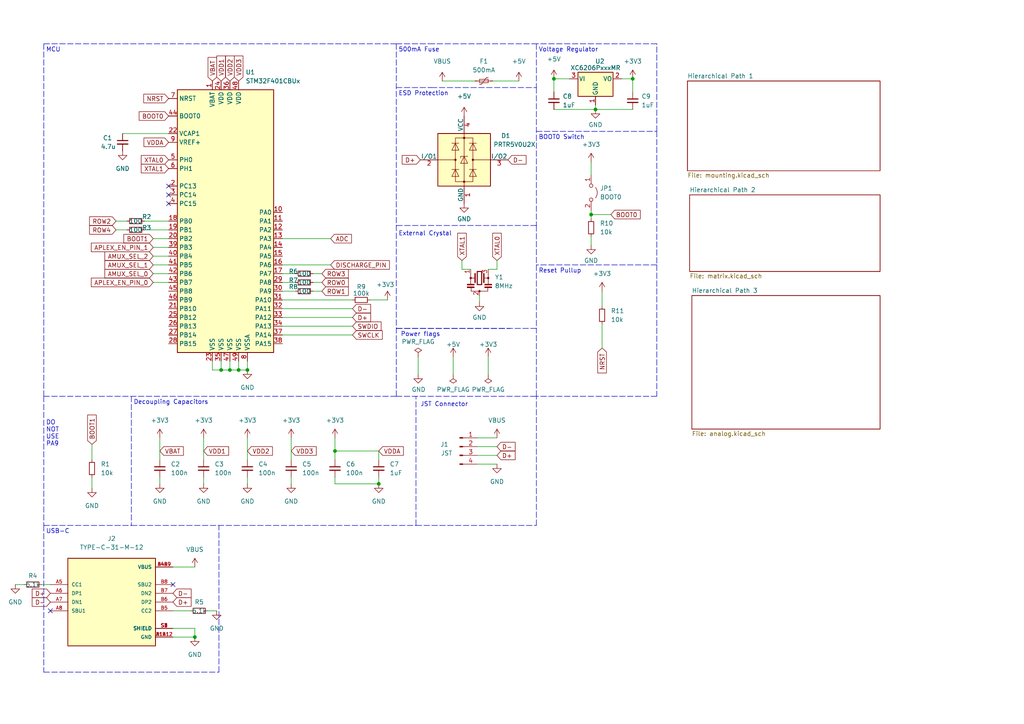
<source format=kicad_sch>
(kicad_sch (version 20211123) (generator eeschema)
  (paper "A4")
  (lib_symbols
    (symbol "Connector:Conn_01x04_Male" (pin_names (offset 1.016) hide)
      (property "Reference" "J" (at 0 5.08 0))
      (property "Value" "Conn_01x04_Male" (at 0 -7.62 0))
      (symbol "Conn_01x04_Male_1_1"
        (polyline (pts (xy 1.27 -5.08) (xy 0.8636 -5.08)) (stroke (width 0.1524)))
        (polyline (pts (xy 1.27 -2.54) (xy 0.8636 -2.54)) (stroke (width 0.1524)))
        (polyline (pts (xy 1.27 0) (xy 0.8636 0)) (stroke (width 0.1524)))
        (polyline (pts (xy 1.27 2.54) (xy 0.8636 2.54)) (stroke (width 0.1524)))
        (rectangle (start 0.8636 -4.953) (end 0 -5.207) (stroke (width 0.1524)) (fill (type outline)))
        (rectangle (start 0.8636 -2.413) (end 0 -2.667) (stroke (width 0.1524)) (fill (type outline)))
        (rectangle (start 0.8636 0.127) (end 0 -0.127) (stroke (width 0.1524)) (fill (type outline)))
        (rectangle (start 0.8636 2.667) (end 0 2.413) (stroke (width 0.1524)) (fill (type outline)))
        (pin passive line (at 5.08 2.54 180) (length 3.81) (name "Pin_1") (number "1"))
        (pin passive line (at 5.08 0 180) (length 3.81) (name "Pin_2") (number "2"))
        (pin passive line (at 5.08 -2.54 180) (length 3.81) (name "Pin_3") (number "3"))
        (pin passive line (at 5.08 -5.08 180) (length 3.81) (name "Pin_4") (number "4"))
      )
    )
    (symbol "Device:C_Small" (pin_numbers hide) (pin_names (offset 0.254) hide)
      (property "Reference" "C" (at 0.254 1.778 0))
      (property "Value" "C_Small" (at 0.254 -2.032 0))
      (symbol "C_Small_0_1"
        (polyline (pts (xy -1.524 -0.508) (xy 1.524 -0.508)) (stroke (width 0.3302)))
        (polyline (pts (xy -1.524 0.508) (xy 1.524 0.508)) (stroke (width 0.3048)))
      )
      (symbol "C_Small_1_1"
        (pin passive line (at 0 2.54 270) (length 2.032) (name "~") (number "1"))
        (pin passive line (at 0 -2.54 90) (length 2.032) (name "~") (number "2"))
      )
    )
    (symbol "Device:Polyfuse_Small" (pin_numbers hide) (pin_names (offset 0))
      (property "Reference" "F" (at -1.905 0 90))
      (property "Value" "Polyfuse_Small" (at 1.905 0 90))
      (symbol "Polyfuse_Small_0_1"
        (rectangle (start -0.508 1.27) (end 0.508 -1.27))
        (polyline (pts (xy 0 2.54) (xy 0 -2.54)))
        (polyline (pts (xy -1.016 1.27) (xy -1.016 0.762) (xy 1.016 -0.762) (xy 1.016 -1.27)))
      )
      (symbol "Polyfuse_Small_1_1"
        (pin passive line (at 0 2.54 270) (length 0.635) (name "~") (number "1"))
        (pin passive line (at 0 -2.54 90) (length 0.635) (name "~") (number "2"))
      )
    )
    (symbol "Device:R_Small" (pin_numbers hide) (pin_names (offset 0.254) hide)
      (property "Reference" "R" (at 0.762 0.508 0))
      (property "Value" "R_Small" (at 0.762 -1.016 0))
      (symbol "R_Small_0_1"
        (rectangle (start -0.762 1.778) (end 0.762 -1.778) (stroke (width 0.2032)))
      )
      (symbol "R_Small_1_1"
        (pin passive line (at 0 2.54 270) (length 0.762) (name "~") (number "1"))
        (pin passive line (at 0 -2.54 90) (length 0.762) (name "~") (number "2"))
      )
    )
    (symbol "Device:Resonator_Small" (pin_names (offset 1.016) hide)
      (property "Reference" "Y" (at 3.175 1.905 0))
      (property "Value" "Resonator_Small" (at 3.175 0 0))
      (symbol "Resonator_Small_0_1"
        (rectangle (start -3.556 -2.54) (end -1.524 -2.794) (fill (type outline)))
        (rectangle (start -3.556 -1.778) (end -1.524 -2.032) (fill (type outline)))
        (circle (center -2.54 0) (radius 0.254) (fill (type outline)))
        (rectangle (start -0.635 1.905) (end 0.635 -1.905) (stroke (width 0.3048)))
        (circle (center 0 -3.81) (radius 0.254) (fill (type outline)))
        (polyline (pts (xy -2.54 -1.778) (xy -2.54 0)))
        (polyline (pts (xy -2.54 0) (xy -1.397 0)))
        (polyline (pts (xy -2.54 1.27) (xy -2.54 0)))
        (polyline (pts (xy -1.27 -1.27) (xy -1.27 1.27)) (stroke (width 0.381)))
        (polyline (pts (xy 1.27 -1.27) (xy 1.27 1.27)) (stroke (width 0.381)))
        (polyline (pts (xy 1.27 0) (xy 2.54 0)))
        (polyline (pts (xy 2.54 0) (xy 2.54 -1.778)))
        (polyline (pts (xy 2.54 1.27) (xy 2.54 0)))
        (polyline (pts (xy 2.413 -2.794) (xy 2.413 -3.81) (xy -2.413 -3.81) (xy -2.413 -2.667)))
        (rectangle (start 1.524 -2.54) (end 3.556 -2.794) (fill (type outline)))
        (rectangle (start 1.524 -1.778) (end 3.556 -2.032) (fill (type outline)))
        (circle (center 2.54 0) (radius 0.254) (fill (type outline)))
      )
      (symbol "Resonator_Small_1_1"
        (pin passive line (at -2.54 2.54 270) (length 1.27) (name "1") (number "1"))
        (pin passive line (at 0 -5.08 90) (length 1.27) (name "2") (number "2"))
        (pin passive line (at 2.54 2.54 270) (length 1.27) (name "3") (number "3"))
      )
    )
    (symbol "Jumper:Jumper_2_Open" (pin_names (offset 0) hide)
      (property "Reference" "JP" (at 0 2.794 0))
      (property "Value" "Jumper_2_Open" (at 0 -2.286 0))
      (symbol "Jumper_2_Open_0_0"
        (circle (center -2.032 0) (radius 0.508))
        (circle (center 2.032 0) (radius 0.508))
      )
      (symbol "Jumper_2_Open_0_1"
        (arc (start 1.524 1.27) (mid 0 1.778) (end -1.524 1.27))
      )
      (symbol "Jumper_2_Open_1_1"
        (pin passive line (at -5.08 0 0) (length 2.54) (name "A") (number "1"))
        (pin passive line (at 5.08 0 180) (length 2.54) (name "B") (number "2"))
      )
    )
    (symbol "MCU_ST_STM32F4:STM32F401CBUx"
      (property "Reference" "U" (at -15.24 39.37 0))
      (property "Value" "STM32F401CBUx" (at 5.08 39.37 0))
      (symbol "STM32F401CBUx_0_1"
        (rectangle (start -15.24 -38.1) (end 12.7 38.1) (stroke (width 0.254)) (fill (type background)))
      )
      (symbol "STM32F401CBUx_1_1"
        (pin power_in line (at -5.08 40.64 270) (length 2.54) (name "VBAT") (number "1"))
        (pin bidirectional line (at 15.24 2.54 180) (length 2.54) (name "PA0") (number "10"))
        (pin bidirectional line (at 15.24 0 180) (length 2.54) (name "PA1") (number "11"))
        (pin bidirectional line (at 15.24 -2.54 180) (length 2.54) (name "PA2") (number "12"))
        (pin bidirectional line (at 15.24 -5.08 180) (length 2.54) (name "PA3") (number "13"))
        (pin bidirectional line (at 15.24 -7.62 180) (length 2.54) (name "PA4") (number "14"))
        (pin bidirectional line (at 15.24 -10.16 180) (length 2.54) (name "PA5") (number "15"))
        (pin bidirectional line (at 15.24 -12.7 180) (length 2.54) (name "PA6") (number "16"))
        (pin bidirectional line (at 15.24 -15.24 180) (length 2.54) (name "PA7") (number "17"))
        (pin bidirectional line (at -17.78 0 0) (length 2.54) (name "PB0") (number "18"))
        (pin bidirectional line (at -17.78 -2.54 0) (length 2.54) (name "PB1") (number "19"))
        (pin bidirectional line (at -17.78 10.16 0) (length 2.54) (name "PC13") (number "2"))
        (pin bidirectional line (at -17.78 -5.08 0) (length 2.54) (name "PB2") (number "20"))
        (pin bidirectional line (at -17.78 -25.4 0) (length 2.54) (name "PB10") (number "21"))
        (pin power_in line (at -17.78 25.4 0) (length 2.54) (name "VCAP1") (number "22"))
        (pin power_in line (at -5.08 -40.64 90) (length 2.54) (name "VSS") (number "23"))
        (pin power_in line (at -2.54 40.64 270) (length 2.54) (name "VDD") (number "24"))
        (pin bidirectional line (at -17.78 -27.94 0) (length 2.54) (name "PB12") (number "25"))
        (pin bidirectional line (at -17.78 -30.48 0) (length 2.54) (name "PB13") (number "26"))
        (pin bidirectional line (at -17.78 -33.02 0) (length 2.54) (name "PB14") (number "27"))
        (pin bidirectional line (at -17.78 -35.56 0) (length 2.54) (name "PB15") (number "28"))
        (pin bidirectional line (at 15.24 -17.78 180) (length 2.54) (name "PA8") (number "29"))
        (pin bidirectional line (at -17.78 7.62 0) (length 2.54) (name "PC14") (number "3"))
        (pin bidirectional line (at 15.24 -20.32 180) (length 2.54) (name "PA9") (number "30"))
        (pin bidirectional line (at 15.24 -22.86 180) (length 2.54) (name "PA10") (number "31"))
        (pin bidirectional line (at 15.24 -25.4 180) (length 2.54) (name "PA11") (number "32"))
        (pin bidirectional line (at 15.24 -27.94 180) (length 2.54) (name "PA12") (number "33"))
        (pin bidirectional line (at 15.24 -30.48 180) (length 2.54) (name "PA13") (number "34"))
        (pin power_in line (at -2.54 -40.64 90) (length 2.54) (name "VSS") (number "35"))
        (pin power_in line (at 0 40.64 270) (length 2.54) (name "VDD") (number "36"))
        (pin bidirectional line (at 15.24 -33.02 180) (length 2.54) (name "PA14") (number "37"))
        (pin bidirectional line (at 15.24 -35.56 180) (length 2.54) (name "PA15") (number "38"))
        (pin bidirectional line (at -17.78 -7.62 0) (length 2.54) (name "PB3") (number "39"))
        (pin bidirectional line (at -17.78 5.08 0) (length 2.54) (name "PC15") (number "4"))
        (pin bidirectional line (at -17.78 -10.16 0) (length 2.54) (name "PB4") (number "40"))
        (pin bidirectional line (at -17.78 -12.7 0) (length 2.54) (name "PB5") (number "41"))
        (pin bidirectional line (at -17.78 -15.24 0) (length 2.54) (name "PB6") (number "42"))
        (pin bidirectional line (at -17.78 -17.78 0) (length 2.54) (name "PB7") (number "43"))
        (pin input line (at -17.78 30.48 0) (length 2.54) (name "BOOT0") (number "44"))
        (pin bidirectional line (at -17.78 -20.32 0) (length 2.54) (name "PB8") (number "45"))
        (pin bidirectional line (at -17.78 -22.86 0) (length 2.54) (name "PB9") (number "46"))
        (pin power_in line (at 0 -40.64 90) (length 2.54) (name "VSS") (number "47"))
        (pin power_in line (at 2.54 40.64 270) (length 2.54) (name "VDD") (number "48"))
        (pin power_in line (at 2.54 -40.64 90) (length 2.54) (name "VSS") (number "49"))
        (pin input line (at -17.78 17.78 0) (length 2.54) (name "PH0") (number "5"))
        (pin input line (at -17.78 15.24 0) (length 2.54) (name "PH1") (number "6"))
        (pin input line (at -17.78 35.56 0) (length 2.54) (name "NRST") (number "7"))
        (pin power_in line (at 5.08 -40.64 90) (length 2.54) (name "VSSA") (number "8"))
        (pin power_in line (at -17.78 22.86 0) (length 2.54) (name "VREF+") (number "9"))
      )
    )
    (symbol "Power_Protection:PRTR5V0U2X" (pin_names (offset 0))
      (property "Reference" "D" (at 2.794 8.636 0))
      (property "Value" "PRTR5V0U2X" (at 8.128 -9.398 0))
      (symbol "PRTR5V0U2X_0_1"
        (rectangle (start -7.62 -7.62) (end 7.62 7.62) (stroke (width 0.254)) (fill (type background)))
        (circle (center -2.54 0) (radius 0.254) (fill (type outline)))
        (rectangle (start -2.54 6.35) (end 2.54 -6.35))
        (circle (center 0 -6.35) (radius 0.254) (fill (type outline)))
        (polyline (pts (xy -2.54 0) (xy -7.62 0)))
        (polyline (pts (xy -1.524 -2.794) (xy -3.556 -2.794)))
        (polyline (pts (xy -1.524 4.826) (xy -3.556 4.826)))
        (polyline (pts (xy 0 -7.62) (xy 0 7.62)))
        (polyline (pts (xy 1.524 -2.794) (xy 3.556 -2.794)))
        (polyline (pts (xy 1.524 4.826) (xy 3.556 4.826)))
        (polyline (pts (xy 2.54 0) (xy 7.62 0)))
        (polyline (pts (xy 1.016 1.016) (xy -1.016 1.016) (xy -1.016 0.508)))
        (polyline (pts (xy -3.556 -4.826) (xy -1.524 -4.826) (xy -2.54 -2.794) (xy -3.556 -4.826)))
        (polyline (pts (xy -3.556 2.794) (xy -1.524 2.794) (xy -2.54 4.826) (xy -3.556 2.794)))
        (polyline (pts (xy -1.016 -1.016) (xy 1.016 -1.016) (xy 0 1.016) (xy -1.016 -1.016)))
        (polyline (pts (xy 3.556 -4.826) (xy 1.524 -4.826) (xy 2.54 -2.794) (xy 3.556 -4.826)))
        (polyline (pts (xy 3.556 2.794) (xy 1.524 2.794) (xy 2.54 4.826) (xy 3.556 2.794)))
        (circle (center 0 6.35) (radius 0.254) (fill (type outline)))
        (circle (center 2.54 0) (radius 0.254) (fill (type outline)))
      )
      (symbol "PRTR5V0U2X_1_1"
        (pin passive line (at 0 -12.7 90) (length 5.08) (name "GND") (number "1"))
        (pin passive line (at -12.7 0 0) (length 5.08) (name "I/O1") (number "2"))
        (pin passive line (at 12.7 0 180) (length 5.08) (name "I/O2") (number "3"))
        (pin passive line (at 0 12.7 270) (length 5.08) (name "VCC") (number "4"))
      )
    )
    (symbol "Regulator_Linear:XC6206PxxxMR" (pin_names (offset 0.254))
      (property "Reference" "U" (at -3.81 3.175 0))
      (property "Value" "XC6206PxxxMR" (at 0 3.175 0))
      (symbol "XC6206PxxxMR_0_1"
        (rectangle (start -5.08 1.905) (end 5.08 -5.08) (stroke (width 0.254)) (fill (type background)))
      )
      (symbol "XC6206PxxxMR_1_1"
        (pin power_in line (at 0 -7.62 90) (length 2.54) (name "GND") (number "1"))
        (pin power_out line (at 7.62 0 180) (length 2.54) (name "VO") (number "2"))
        (pin power_in line (at -7.62 0 0) (length 2.54) (name "VI") (number "3"))
      )
    )
    (symbol "TYPE-C-31-M-12:TYPE-C-31-M-12" (pin_names (offset 1.016))
      (property "Reference" "J" (at -12.7 13.462 0))
      (property "Value" "TYPE-C-31-M-12" (at -12.7 -13.462 0))
      (symbol "TYPE-C-31-M-12_0_0"
        (rectangle (start -12.7 -12.7) (end 12.7 12.7) (stroke (width 0.254)) (fill (type background)))
        (pin power_in line (at 17.78 -10.16 180) (length 5.08) (name "GND") (number "A1B12"))
        (pin power_in line (at 17.78 10.16 180) (length 5.08) (name "VBUS") (number "A4B9"))
        (pin bidirectional line (at -17.78 5.08 0) (length 5.08) (name "CC1") (number "A5"))
        (pin bidirectional line (at -17.78 2.54 0) (length 5.08) (name "DP1") (number "A6"))
        (pin bidirectional line (at -17.78 0 0) (length 5.08) (name "DN1") (number "A7"))
        (pin bidirectional line (at -17.78 -2.54 0) (length 5.08) (name "SBU1") (number "A8"))
        (pin power_in line (at 17.78 -10.16 180) (length 5.08) (name "GND") (number "B1A12"))
        (pin power_in line (at 17.78 10.16 180) (length 5.08) (name "VBUS") (number "B4A9"))
        (pin bidirectional line (at 17.78 -2.54 180) (length 5.08) (name "CC2") (number "B5"))
        (pin bidirectional line (at 17.78 0 180) (length 5.08) (name "DP2") (number "B6"))
        (pin bidirectional line (at 17.78 2.54 180) (length 5.08) (name "DN2") (number "B7"))
        (pin bidirectional line (at 17.78 5.08 180) (length 5.08) (name "SBU2") (number "B8"))
        (pin passive line (at 17.78 -7.62 180) (length 5.08) (name "SHIELD") (number "S1"))
        (pin passive line (at 17.78 -7.62 180) (length 5.08) (name "SHIELD") (number "S2"))
        (pin passive line (at 17.78 -7.62 180) (length 5.08) (name "SHIELD") (number "S3"))
        (pin passive line (at 17.78 -7.62 180) (length 5.08) (name "SHIELD") (number "S4"))
      )
    )
    (symbol "power:+3.3V" (power) (pin_names (offset 0))
      (property "Value" "+3.3V" (at 0 3.556 0))
      (symbol "+3.3V_0_1"
        (polyline (pts (xy -0.762 1.27) (xy 0 2.54)))
        (polyline (pts (xy 0 0) (xy 0 2.54)))
        (polyline (pts (xy 0 2.54) (xy 0.762 1.27)))
      )
      (symbol "+3.3V_1_1"
        (pin power_in line (at 0 0 90) (length 0) hide (name "+3V3") (number "1"))
      )
    )
    (symbol "power:+5V" (power) (pin_names (offset 0))
      (property "Value" "+5V" (at 0 3.556 0))
      (symbol "+5V_0_1"
        (polyline (pts (xy -0.762 1.27) (xy 0 2.54)))
        (polyline (pts (xy 0 0) (xy 0 2.54)))
        (polyline (pts (xy 0 2.54) (xy 0.762 1.27)))
      )
      (symbol "+5V_1_1"
        (pin power_in line (at 0 0 90) (length 0) hide (name "+5V") (number "1"))
      )
    )
    (symbol "power:GND" (power) (pin_names (offset 0))
      (property "Value" "GND" (at 0 -3.81 0))
      (symbol "GND_0_1"
        (polyline (pts (xy 0 0) (xy 0 -1.27) (xy 1.27 -1.27) (xy 0 -2.54) (xy -1.27 -1.27) (xy 0 -1.27)))
      )
      (symbol "GND_1_1"
        (pin power_in line (at 0 0 270) (length 0) hide (name "GND") (number "1"))
      )
    )
    (symbol "power:PWR_FLAG" (power) (pin_numbers hide) (pin_names (offset 0) hide)
      (property "Value" "PWR_FLAG" (at 0 3.81 0))
      (symbol "PWR_FLAG_0_0"
        (pin power_out line (at 0 0 90) (length 0) (name "pwr") (number "1"))
      )
      (symbol "PWR_FLAG_0_1"
        (polyline (pts (xy 0 0) (xy 0 1.27) (xy -1.016 1.905) (xy 0 2.54) (xy 1.016 1.905) (xy 0 1.27)))
      )
    )
    (symbol "power:VBUS" (power) (pin_names (offset 0))
      (property "Value" "VBUS" (at 0 3.81 0))
      (symbol "VBUS_0_1"
        (polyline (pts (xy -0.762 1.27) (xy 0 2.54)))
        (polyline (pts (xy 0 0) (xy 0 2.54)))
        (polyline (pts (xy 0 2.54) (xy 0.762 1.27)))
      )
      (symbol "VBUS_1_1"
        (pin power_in line (at 0 0 90) (length 0) hide (name "VBUS") (number "1"))
      )
    )
  )
  (junction (at 71.755 107.315))
  (junction (at 69.215 107.315))
  (junction (at 56.515 184.785))
  (junction (at 109.855 140.335))
  (junction (at 183.515 22.86))
  (junction (at 97.155 130.81))
  (junction (at 66.675 107.315))
  (junction (at 171.45 62.23))
  (junction (at 160.655 22.86))
  (junction (at 172.72 31.75))
  (junction (at 64.135 107.315))
  (no_connect (at 48.895 56.515))
  (no_connect (at 48.895 53.975))
  (no_connect (at 48.895 59.055))
  (no_connect (at 14.605 177.165))
  (no_connect (at 50.165 169.545))
  (wire (pts (xy 33.655 64.135) (xy 36.83 64.135)))
  (wire (pts (xy 44.45 71.755) (xy 48.895 71.755)))
  (wire (pts (xy 41.91 64.135) (xy 48.895 64.135)))
  (polyline (pts (xy 155.575 65.405) (xy 155.575 95.25)))
  (wire (pts (xy 50.165 164.465) (xy 56.515 164.465)))
  (wire (pts (xy 35.56 38.735) (xy 48.895 38.735)))
  (polyline (pts (xy 114.935 12.7) (xy 124.46 12.7)))
  (polyline (pts (xy 12.7 12.7) (xy 12.7 114.935)))
  (wire (pts (xy 172.72 30.48) (xy 172.72 31.75)))
  (wire (pts (xy 44.45 81.915) (xy 48.895 81.915)))
  (wire (pts (xy 50.165 177.165) (xy 55.245 177.165)))
  (polyline (pts (xy 124.46 12.7) (xy 155.575 12.7)))
  (polyline (pts (xy 114.935 12.7) (xy 114.935 114.935)))
  (wire (pts (xy 141.605 78.105) (xy 144.145 78.105)))
  (wire (pts (xy 84.455 138.43) (xy 84.455 140.335)))
  (wire (pts (xy 66.675 107.315) (xy 69.215 107.315)))
  (wire (pts (xy 107.315 86.995) (xy 112.395 86.995)))
  (wire (pts (xy 81.915 69.215) (xy 95.885 69.215)))
  (polyline (pts (xy 124.46 25.4) (xy 125.095 25.4)))
  (wire (pts (xy 174.625 84.455) (xy 174.625 88.9)))
  (wire (pts (xy 131.445 103.505) (xy 131.445 108.585)))
  (wire (pts (xy 138.43 134.62) (xy 144.145 134.62)))
  (wire (pts (xy 97.155 127) (xy 97.155 130.81)))
  (wire (pts (xy 71.755 138.43) (xy 71.755 140.335)))
  (wire (pts (xy 81.915 86.995) (xy 102.235 86.995)))
  (polyline (pts (xy 190.5 76.835) (xy 190.5 114.935)))
  (wire (pts (xy 61.595 104.775) (xy 61.595 107.315)))
  (polyline (pts (xy 114.935 95.25) (xy 147.955 95.25)))
  (polyline (pts (xy 155.575 25.4) (xy 155.575 65.405)))
  (wire (pts (xy 60.325 177.165) (xy 62.865 177.165)))
  (wire (pts (xy 50.165 184.785) (xy 56.515 184.785)))
  (polyline (pts (xy 12.7 194.945) (xy 63.5 194.945)))
  (wire (pts (xy 142.875 23.495) (xy 150.495 23.495)))
  (polyline (pts (xy 120.65 152.4) (xy 120.65 114.935)))
  (wire (pts (xy 141.605 103.505) (xy 141.605 108.585)))
  (polyline (pts (xy 12.7 12.7) (xy 114.935 12.7)))
  (polyline (pts (xy 155.575 38.1) (xy 190.5 38.1)))
  (wire (pts (xy 180.34 22.86) (xy 183.515 22.86)))
  (wire (pts (xy 81.915 89.535) (xy 102.235 89.535)))
  (wire (pts (xy 64.135 104.775) (xy 64.135 107.315)))
  (wire (pts (xy 66.675 104.775) (xy 66.675 107.315)))
  (wire (pts (xy 160.655 22.86) (xy 165.1 22.86)))
  (wire (pts (xy 109.855 138.43) (xy 109.855 140.335)))
  (polyline (pts (xy 190.5 76.835) (xy 155.575 76.835)))
  (polyline (pts (xy 155.575 114.935) (xy 155.575 95.25)))
  (wire (pts (xy 138.43 132.08) (xy 144.145 132.08)))
  (polyline (pts (xy 114.935 25.4) (xy 124.46 25.4)))
  (wire (pts (xy 44.45 74.295) (xy 48.895 74.295)))
  (polyline (pts (xy 12.7 152.4) (xy 12.7 194.945)))
  (wire (pts (xy 136.525 78.105) (xy 133.985 78.105)))
  (wire (pts (xy 56.515 182.245) (xy 56.515 184.785)))
  (wire (pts (xy 81.915 97.155) (xy 102.235 97.155)))
  (wire (pts (xy 44.45 79.375) (xy 48.895 79.375)))
  (wire (pts (xy 90.805 84.455) (xy 93.345 84.455)))
  (wire (pts (xy 160.655 31.75) (xy 172.72 31.75)))
  (wire (pts (xy 50.165 182.245) (xy 56.515 182.245)))
  (wire (pts (xy 171.45 62.23) (xy 171.45 63.5)))
  (wire (pts (xy 97.155 130.81) (xy 109.855 130.81)))
  (polyline (pts (xy 63.5 194.945) (xy 63.5 152.4)))
  (wire (pts (xy 160.655 26.67) (xy 160.655 22.86)))
  (wire (pts (xy 171.45 46.99) (xy 171.45 50.8)))
  (polyline (pts (xy 190.5 114.935) (xy 155.575 114.935)))
  (wire (pts (xy 26.67 138.43) (xy 26.67 141.605)))
  (wire (pts (xy 44.45 69.215) (xy 48.895 69.215)))
  (polyline (pts (xy 120.65 152.4) (xy 155.575 152.4)))
  (wire (pts (xy 84.455 127) (xy 84.455 133.35)))
  (wire (pts (xy 41.91 66.675) (xy 48.895 66.675)))
  (wire (pts (xy 174.625 93.98) (xy 174.625 100.965)))
  (wire (pts (xy 64.135 107.315) (xy 66.675 107.315)))
  (wire (pts (xy 4.445 169.545) (xy 6.985 169.545)))
  (polyline (pts (xy 190.5 12.7) (xy 155.575 12.7)))
  (wire (pts (xy 44.45 76.835) (xy 48.895 76.835)))
  (polyline (pts (xy 12.7 114.935) (xy 12.7 152.4)))
  (wire (pts (xy 81.915 92.075) (xy 102.235 92.075)))
  (wire (pts (xy 33.655 66.675) (xy 36.83 66.675)))
  (polyline (pts (xy 12.7 152.4) (xy 38.1 152.4)))
  (polyline (pts (xy 38.1 152.4) (xy 120.65 152.4)))
  (wire (pts (xy 144.145 75.565) (xy 144.145 78.105)))
  (polyline (pts (xy 114.935 114.935) (xy 155.575 114.935)))
  (wire (pts (xy 71.755 127) (xy 71.755 133.35)))
  (wire (pts (xy 138.43 129.54) (xy 144.145 129.54)))
  (wire (pts (xy 81.915 84.455) (xy 85.725 84.455)))
  (wire (pts (xy 69.215 104.775) (xy 69.215 107.315)))
  (polyline (pts (xy 190.5 38.1) (xy 190.5 12.7)))
  (wire (pts (xy 97.155 138.43) (xy 97.155 140.335)))
  (polyline (pts (xy 155.575 12.7) (xy 155.575 25.4)))
  (wire (pts (xy 109.855 130.81) (xy 109.855 133.35)))
  (polyline (pts (xy 114.935 114.935) (xy 12.7 114.935)))
  (wire (pts (xy 183.515 22.86) (xy 183.515 26.67)))
  (polyline (pts (xy 155.575 65.405) (xy 114.935 65.405)))
  (polyline (pts (xy 190.5 38.1) (xy 190.5 76.835)))
  (wire (pts (xy 69.215 107.315) (xy 71.755 107.315)))
  (polyline (pts (xy 125.095 25.4) (xy 155.575 25.4)))
  (polyline (pts (xy 38.1 114.935) (xy 38.1 152.4)))
  (wire (pts (xy 46.355 127) (xy 46.355 133.35)))
  (wire (pts (xy 138.43 127) (xy 144.145 127)))
  (wire (pts (xy 90.805 79.375) (xy 93.345 79.375)))
  (wire (pts (xy 171.45 68.58) (xy 171.45 71.12)))
  (wire (pts (xy 26.67 128.905) (xy 26.67 133.35)))
  (wire (pts (xy 139.065 85.725) (xy 139.065 87.63)))
  (wire (pts (xy 171.45 60.96) (xy 171.45 62.23)))
  (wire (pts (xy 61.595 107.315) (xy 64.135 107.315)))
  (wire (pts (xy 133.985 75.565) (xy 133.985 78.105)))
  (wire (pts (xy 97.155 130.81) (xy 97.155 133.35)))
  (wire (pts (xy 128.27 23.495) (xy 137.795 23.495)))
  (wire (pts (xy 59.055 138.43) (xy 59.055 140.335)))
  (polyline (pts (xy 155.575 95.25) (xy 114.935 95.25)))
  (wire (pts (xy 81.915 94.615) (xy 102.235 94.615)))
  (wire (pts (xy 172.72 31.75) (xy 183.515 31.75)))
  (wire (pts (xy 81.915 76.835) (xy 95.885 76.835)))
  (wire (pts (xy 121.285 103.505) (xy 121.285 108.585)))
  (wire (pts (xy 81.915 81.915) (xy 85.725 81.915)))
  (wire (pts (xy 90.805 81.915) (xy 93.345 81.915)))
  (wire (pts (xy 59.055 127) (xy 59.055 133.35)))
  (wire (pts (xy 81.915 79.375) (xy 85.725 79.375)))
  (wire (pts (xy 12.065 169.545) (xy 14.605 169.545)))
  (wire (pts (xy 97.155 140.335) (xy 109.855 140.335)))
  (wire (pts (xy 46.355 138.43) (xy 46.355 140.335)))
  (wire (pts (xy 171.45 62.23) (xy 177.165 62.23)))
  (wire (pts (xy 71.755 104.775) (xy 71.755 107.315)))
  (polyline (pts (xy 155.575 152.4) (xy 155.575 114.935)))
  (text "Decoupling Capacitors\n" (at 38.735 117.475 0) (effects (font (size 1.27 1.27)) (justify left bottom)))
  (text "JST Connector" (at 121.92 118.11 0) (effects (font (size 1.27 1.27)) (justify left bottom)))
  (text "Voltage Regulator" (at 156.21 15.24 0) (effects (font (size 1.27 1.27)) (justify left bottom)))
  (text "USB-C\n" (at 13.335 154.94 0) (effects (font (size 1.27 1.27)) (justify left bottom)))
  (text "ESD Protection" (at 115.57 27.94 0) (effects (font (size 1.27 1.27)) (justify left bottom)))
  (text "MCU\n" (at 13.335 15.24 0) (effects (font (size 1.27 1.27)) (justify left bottom)))
  (text "BOOT0 Switch" (at 156.21 40.64 0) (effects (font (size 1.27 1.27)) (justify left bottom)))
  (text "Power flags\n" (at 116.205 97.79 0) (effects (font (size 1.27 1.27)) (justify left bottom)))
  (text "External Crystal\n" (at 115.57 68.58 0) (effects (font (size 1.27 1.27)) (justify left bottom)))
  (text "Reset Pullup\n" (at 156.21 79.375 0) (effects (font (size 1.27 1.27)) (justify left bottom)))
  (text "DO \nNOT \nUSE \nPA9" (at 13.335 129.54 0) (effects (font (size 1.27 1.27)) (justify left bottom)))
  (text "500mA Fuse\n" (at 115.57 15.24 0) (effects (font (size 1.27 1.27)) (justify left bottom)))
  (global_label "ADC" (shape input) (at 95.885 69.215 0) (property "Intersheet References" "${INTERSHEET_REFS}" (effects hide)))
  (global_label "XTAL1" (shape input) (at 48.895 48.895 180) (property "Intersheet References" "${INTERSHEET_REFS}" (effects hide)))
  (global_label "VDD2" (shape input) (at 71.755 130.81 0) (property "Intersheet References" "${INTERSHEET_REFS}" (effects hide)))
  (global_label "ROW4" (shape input) (at 33.655 66.675 180) (property "Intersheet References" "${INTERSHEET_REFS}" (effects hide)))
  (global_label "AMUX_SEL_2" (shape input) (at 44.45 74.295 180) (property "Intersheet References" "${INTERSHEET_REFS}" (effects hide)))
  (global_label "BOOT0" (shape input) (at 177.165 62.23 0) (property "Intersheet References" "${INTERSHEET_REFS}" (effects hide)))
  (global_label "XTAL0" (shape input) (at 144.145 75.565 90) (property "Intersheet References" "${INTERSHEET_REFS}" (effects hide)))
  (global_label "VDDA" (shape input) (at 48.895 41.275 180) (property "Intersheet References" "${INTERSHEET_REFS}" (effects hide)))
  (global_label "VDD2" (shape input) (at 66.675 23.495 90) (property "Intersheet References" "${INTERSHEET_REFS}" (effects hide)))
  (global_label "BOOT0" (shape input) (at 48.895 33.655 180) (property "Intersheet References" "${INTERSHEET_REFS}" (effects hide)))
  (global_label "D+" (shape input) (at 121.92 46.355 180) (property "Intersheet References" "${INTERSHEET_REFS}" (effects hide)))
  (global_label "D+" (shape input) (at 144.145 132.08 0) (property "Intersheet References" "${INTERSHEET_REFS}" (effects hide)))
  (global_label "NRST" (shape input) (at 48.895 28.575 180) (property "Intersheet References" "${INTERSHEET_REFS}" (effects hide)))
  (global_label "AMUX_SEL_0" (shape input) (at 44.45 79.375 180) (property "Intersheet References" "${INTERSHEET_REFS}" (effects hide)))
  (global_label "D+" (shape input) (at 102.235 92.075 0) (property "Intersheet References" "${INTERSHEET_REFS}" (effects hide)))
  (global_label "DISCHARGE_PIN" (shape input) (at 95.885 76.835 0) (property "Intersheet References" "${INTERSHEET_REFS}" (effects hide)))
  (global_label "ROW0" (shape input) (at 93.345 81.915 0) (property "Intersheet References" "${INTERSHEET_REFS}" (effects hide)))
  (global_label "VDD3" (shape input) (at 84.455 130.81 0) (property "Intersheet References" "${INTERSHEET_REFS}" (effects hide)))
  (global_label "VDD1" (shape input) (at 59.055 130.81 0) (property "Intersheet References" "${INTERSHEET_REFS}" (effects hide)))
  (global_label "APLEX_EN_PIN_0" (shape input) (at 44.45 81.915 180) (property "Intersheet References" "${INTERSHEET_REFS}" (effects hide)))
  (global_label "D-" (shape input) (at 147.32 46.355 0) (property "Intersheet References" "${INTERSHEET_REFS}" (effects hide)))
  (global_label "VDD1" (shape input) (at 64.135 23.495 90) (property "Intersheet References" "${INTERSHEET_REFS}" (effects hide)))
  (global_label "VDDA" (shape input) (at 109.855 130.81 0) (property "Intersheet References" "${INTERSHEET_REFS}" (effects hide)))
  (global_label "ROW2" (shape input) (at 33.655 64.135 180) (property "Intersheet References" "${INTERSHEET_REFS}" (effects hide)))
  (global_label "AMUX_SEL_1" (shape input) (at 44.45 76.835 180) (property "Intersheet References" "${INTERSHEET_REFS}" (effects hide)))
  (global_label "D-" (shape input) (at 144.145 129.54 0) (property "Intersheet References" "${INTERSHEET_REFS}" (effects hide)))
  (global_label "D+" (shape input) (at 14.605 172.085 180) (property "Intersheet References" "${INTERSHEET_REFS}" (effects hide)))
  (global_label "ROW1" (shape input) (at 93.345 84.455 0) (property "Intersheet References" "${INTERSHEET_REFS}" (effects hide)))
  (global_label "VBAT" (shape input) (at 46.355 130.81 0) (property "Intersheet References" "${INTERSHEET_REFS}" (effects hide)))
  (global_label "XTAL1" (shape input) (at 133.985 75.565 90) (property "Intersheet References" "${INTERSHEET_REFS}" (effects hide)))
  (global_label "D+" (shape input) (at 50.165 174.625 0) (property "Intersheet References" "${INTERSHEET_REFS}" (effects hide)))
  (global_label "NRST" (shape input) (at 174.625 100.965 270) (property "Intersheet References" "${INTERSHEET_REFS}" (effects hide)))
  (global_label "SWCLK" (shape input) (at 102.235 97.155 0) (property "Intersheet References" "${INTERSHEET_REFS}" (effects hide)))
  (global_label "SWDIO" (shape input) (at 102.235 94.615 0) (property "Intersheet References" "${INTERSHEET_REFS}" (effects hide)))
  (global_label "APLEX_EN_PIN_1" (shape input) (at 44.45 71.755 180) (property "Intersheet References" "${INTERSHEET_REFS}" (effects hide)))
  (global_label "D-" (shape input) (at 50.165 172.085 0) (property "Intersheet References" "${INTERSHEET_REFS}" (effects hide)))
  (global_label "ROW3" (shape input) (at 93.345 79.375 0) (property "Intersheet References" "${INTERSHEET_REFS}" (effects hide)))
  (global_label "BOOT1" (shape input) (at 44.45 69.215 180) (property "Intersheet References" "${INTERSHEET_REFS}" (effects hide)))
  (global_label "XTAL0" (shape input) (at 48.895 46.355 180) (property "Intersheet References" "${INTERSHEET_REFS}" (effects hide)))
  (global_label "VDD3" (shape input) (at 69.215 23.495 90) (property "Intersheet References" "${INTERSHEET_REFS}" (effects hide)))
  (global_label "BOOT1" (shape input) (at 26.67 128.905 90) (property "Intersheet References" "${INTERSHEET_REFS}" (effects hide)))
  (global_label "D-" (shape input) (at 14.605 174.625 180) (property "Intersheet References" "${INTERSHEET_REFS}" (effects hide)))
  (global_label "VBAT" (shape input) (at 61.595 23.495 90) (property "Intersheet References" "${INTERSHEET_REFS}" (effects hide)))
  (global_label "D-" (shape input) (at 102.235 89.535 0) (property "Intersheet References" "${INTERSHEET_REFS}" (effects hide)))
  (symbol (lib_id "power:PWR_FLAG") (at 141.605 108.585 180) (unit 1)
    (property "Reference" "#FLG03" (effects hide))
    (property "Value" "PWR_FLAG" (at 141.605 112.9792 0))
  )
  (symbol (lib_id "power:PWR_FLAG") (at 121.285 103.505 0) (unit 1)
    (property "Reference" "#FLG01" (effects hide))
    (property "Value" "PWR_FLAG" (at 121.285 99.1108 0))
  )
  (symbol (lib_id "power:GND") (at 56.515 184.785 0) (unit 1)
    (property "Reference" "#PWR0101" (effects hide))
    (property "Value" "GND" (at 56.515 189.865 0))
  )
  (symbol (lib_id "Jumper:Jumper_2_Open") (at 171.45 55.88 270) (unit 1)
    (property "Reference" "JP1" (at 173.99 54.6099 90) (effects (justify left)))
    (property "Value" "BOOT0" (at 173.99 57.1499 90) (effects (justify left)))
    (property "Footprint" "Connector_PinHeader_2.54mm:PinHeader_1x02_P2.54mm_Vertical" (effects hide))
  )
  (symbol (lib_id "power:+3.3V") (at 97.155 127 0) (unit 1)
    (property "Reference" "#PWR018" (effects hide))
    (property "Value" "+3.3V" (at 97.155 121.92 0))
  )
  (symbol (lib_id "TYPE-C-31-M-12:TYPE-C-31-M-12") (at 32.385 174.625 0) (unit 1)
    (property "Reference" "J2" (at 32.385 156.21 0))
    (property "Value" "TYPE-C-31-M-12" (at 32.385 158.75 0))
    (property "Footprint" "TYPE-C-31-M-12:HRO_TYPE-C-31-M-12" (effects hide))
    (property "MAXIMUM_PACKAGE_HEIGHT" "3.31mm" (effects hide))
    (property "STANDARD" "Manufacturer Recommendations" (effects hide))
    (property "PARTREV" "A" (effects hide))
    (property "MANUFACTURER" "HRO Electronics" (effects hide))
  )
  (symbol (lib_id "power:+5V") (at 150.495 23.495 0) (unit 1)
    (property "Reference" "#PWR030" (effects hide))
    (property "Value" "+5V" (at 150.495 17.78 0))
  )
  (symbol (lib_id "power:+3.3V") (at 112.395 86.995 0) (unit 1)
    (property "Reference" "#PWR020" (effects hide))
    (property "Value" "+3.3V" (at 111.76 82.55 0))
  )
  (symbol (lib_id "Device:R_Small") (at 9.525 169.545 90) (unit 1)
    (property "Reference" "R4" (at 9.525 167.005 90))
    (property "Value" "5.1k" (at 9.525 169.545 90))
    (property "Footprint" "Resistor_SMD:R_0402_1005Metric" (effects hide))
  )
  (symbol (lib_id "MCU_ST_STM32F4:STM32F401CBUx") (at 66.675 64.135 0) (unit 1)
    (property "Reference" "U1" (at 71.2344 20.955 0) (effects (justify left)))
    (property "Value" "STM32F401CBUx" (at 71.2344 23.495 0) (effects (justify left)))
    (property "Footprint" "Package_DFN_QFN:QFN-48-1EP_7x7mm_P0.5mm_EP5.6x5.6mm" (effects hide))
    (property "Datasheet" "http://www.st.com/st-web-ui/static/active/en/resource/technical/document/datasheet/DM00086815.pdf" (effects hide))
  )
  (symbol (lib_id "Device:C_Small") (at 109.855 135.89 0) (unit 1)
    (property "Reference" "C7" (at 113.03 134.6262 0) (effects (justify left)))
    (property "Value" "1uF" (at 113.03 137.1662 0) (effects (justify left)))
    (property "Footprint" "Capacitor_SMD:C_0402_1005Metric" (effects hide))
  )
  (symbol (lib_id "power:+5V") (at 131.445 103.505 0) (unit 1)
    (property "Reference" "#PWR023" (effects hide))
    (property "Value" "+5V" (at 131.445 99.9005 0))
  )
  (symbol (lib_id "power:GND") (at 71.755 140.335 0) (unit 1)
    (property "Reference" "#PWR015" (effects hide))
    (property "Value" "GND" (at 71.755 145.415 0))
  )
  (symbol (lib_id "Device:C_Small") (at 71.755 135.89 0) (unit 1)
    (property "Reference" "C4" (at 74.93 134.6262 0) (effects (justify left)))
    (property "Value" "100n" (at 74.93 137.1662 0) (effects (justify left)))
    (property "Footprint" "Capacitor_SMD:C_0402_1005Metric" (effects hide))
  )
  (symbol (lib_id "Device:C_Small") (at 46.355 135.89 0) (unit 1)
    (property "Reference" "C2" (at 49.53 134.6262 0) (effects (justify left)))
    (property "Value" "100n" (at 49.53 137.1662 0) (effects (justify left)))
    (property "Footprint" "Capacitor_SMD:C_0402_1005Metric" (effects hide))
  )
  (symbol (lib_id "Device:R_Small") (at 39.37 64.135 90) (unit 1)
    (property "Reference" "R2" (at 42.545 62.865 90))
    (property "Value" "100" (at 39.37 64.135 90))
    (property "Footprint" "Resistor_SMD:R_0402_1005Metric" (effects hide))
  )
  (symbol (lib_id "power:GND") (at 62.865 177.165 0) (unit 1)
    (property "Reference" "#PWR0102" (effects hide))
    (property "Value" "GND" (at 62.865 182.245 0))
  )
  (symbol (lib_id "Device:R_Small") (at 88.265 79.375 90) (unit 1)
    (property "Reference" "R6" (at 85.09 78.74 90))
    (property "Value" "100" (at 88.265 79.375 90))
    (property "Footprint" "Resistor_SMD:R_0402_1005Metric" (effects hide))
  )
  (symbol (lib_id "Device:R_Small") (at 104.775 86.995 90) (unit 1)
    (property "Reference" "R9" (at 104.775 83.185 90))
    (property "Value" "100k" (at 104.775 85.09 90))
    (property "Footprint" "Resistor_SMD:R_0402_1005Metric" (effects hide))
  )
  (symbol (lib_id "power:GND") (at 121.285 108.585 0) (unit 1)
    (property "Reference" "#PWR021" (effects hide))
    (property "Value" "GND" (at 121.412 112.9792 0))
  )
  (symbol (lib_id "power:GND") (at 171.45 71.12 0) (unit 1)
    (property "Reference" "#PWR033" (effects hide))
    (property "Value" "GND" (at 171.45 75.565 0))
  )
  (symbol (lib_id "Device:R_Small") (at 88.265 81.915 90) (unit 1)
    (property "Reference" "R7" (at 85.09 81.28 90))
    (property "Value" "100" (at 88.265 81.915 90))
    (property "Footprint" "Resistor_SMD:R_0402_1005Metric" (effects hide))
  )
  (symbol (lib_id "Device:R_Small") (at 57.785 177.165 90) (unit 1)
    (property "Reference" "R5" (at 57.785 174.625 90))
    (property "Value" "5.1k" (at 57.785 177.165 90))
    (property "Footprint" "Resistor_SMD:R_0402_1005Metric" (effects hide))
  )
  (symbol (lib_id "power:GND") (at 4.445 169.545 0) (unit 1)
    (property "Reference" "#PWR09" (effects hide))
    (property "Value" "GND" (at 4.445 174.625 0))
  )
  (symbol (lib_id "power:PWR_FLAG") (at 131.445 108.585 180) (unit 1)
    (property "Reference" "#FLG02" (effects hide))
    (property "Value" "PWR_FLAG" (at 131.445 112.9792 0))
  )
  (symbol (lib_id "power:GND") (at 109.855 140.335 0) (unit 1)
    (property "Reference" "#PWR019" (effects hide))
    (property "Value" "GND" (at 109.855 145.415 0))
  )
  (symbol (lib_id "power:GND") (at 35.56 43.815 0) (unit 1)
    (property "Reference" "#PWR02" (effects hide))
    (property "Value" "GND" (at 35.56 48.895 0))
  )
  (symbol (lib_id "Device:C_Small") (at 35.56 41.275 0) (unit 1)
    (property "Reference" "C1" (at 29.845 40.005 0) (effects (justify left)))
    (property "Value" "4.7u" (at 29.21 42.545 0) (effects (justify left)))
    (property "Footprint" "Capacitor_SMD:C_0402_1005Metric" (effects hide))
  )
  (symbol (lib_id "power:GND") (at 134.62 59.055 0) (unit 1)
    (property "Reference" "#PWR025" (effects hide))
    (property "Value" "GND" (at 134.62 63.5 0))
  )
  (symbol (lib_id "power:+3.3V") (at 84.455 127 0) (unit 1)
    (property "Reference" "#PWR016" (effects hide))
    (property "Value" "+3.3V" (at 84.455 121.92 0))
  )
  (symbol (lib_id "power:VBUS") (at 56.515 164.465 0) (unit 1)
    (property "Reference" "#PWR0103" (effects hide))
    (property "Value" "VBUS" (at 56.515 159.385 0))
  )
  (symbol (lib_id "power:+3.3V") (at 141.605 103.505 0) (unit 1)
    (property "Reference" "#PWR027" (effects hide))
    (property "Value" "+3.3V" (at 141.605 99.9005 0))
  )
  (symbol (lib_id "power:+3.3V") (at 171.45 46.99 0) (unit 1)
    (property "Reference" "#PWR032" (effects hide))
    (property "Value" "+3.3V" (at 171.45 41.91 0))
  )
  (symbol (lib_id "Power_Protection:PRTR5V0U2X") (at 134.62 46.355 0) (unit 1)
    (property "Reference" "D1" (at 146.685 39.37 0))
    (property "Value" "PRTR5V0U2X" (at 149.225 41.91 0))
    (property "Footprint" "Package_TO_SOT_SMD:SOT-143" (effects hide))
    (property "Datasheet" "https://assets.nexperia.com/documents/data-sheet/PRTR5V0U2X.pdf" (effects hide))
  )
  (symbol (lib_id "power:GND") (at 71.755 107.315 0) (unit 1)
    (property "Reference" "#PWR013" (effects hide))
    (property "Value" "GND" (at 71.755 112.395 0))
  )
  (symbol (lib_id "Device:R_Small") (at 171.45 66.04 0) (unit 1)
    (property "Reference" "R10" (at 173.99 64.7699 0) (effects (justify left)))
    (property "Value" "10k" (at 173.99 67.3099 0) (effects (justify left)))
    (property "Footprint" "Resistor_SMD:R_0402_1005Metric" (effects hide))
  )
  (symbol (lib_id "power:GND") (at 139.065 87.63 0) (unit 1)
    (property "Reference" "#PWR026" (effects hide))
    (property "Value" "GND" (at 139.065 92.075 0))
  )
  (symbol (lib_id "power:GND") (at 46.355 140.335 0) (unit 1)
    (property "Reference" "#PWR06" (effects hide))
    (property "Value" "GND" (at 46.355 145.415 0))
  )
  (symbol (lib_id "power:VBUS") (at 144.145 127 0) (unit 1)
    (property "Reference" "#PWR028" (effects hide))
    (property "Value" "VBUS" (at 144.145 121.92 0))
  )
  (symbol (lib_id "Device:C_Small") (at 160.655 29.21 0) (unit 1)
    (property "Reference" "C8" (at 163.195 27.9462 0) (effects (justify left)))
    (property "Value" "1uF" (at 163.195 30.4862 0) (effects (justify left)))
    (property "Footprint" "Capacitor_SMD:C_0402_1005Metric" (effects hide))
  )
  (symbol (lib_id "Device:R_Small") (at 26.67 135.89 0) (unit 1)
    (property "Reference" "R1" (at 29.21 134.6199 0) (effects (justify left)))
    (property "Value" "10k" (at 29.21 137.1599 0) (effects (justify left)))
    (property "Footprint" "Resistor_SMD:R_0402_1005Metric" (effects hide))
  )
  (symbol (lib_id "Device:R_Small") (at 39.37 66.675 90) (unit 1)
    (property "Reference" "R3" (at 42.545 66.04 90))
    (property "Value" "100" (at 39.37 66.675 90))
    (property "Footprint" "Resistor_SMD:R_0402_1005Metric" (effects hide))
  )
  (symbol (lib_id "Device:R_Small") (at 174.625 91.44 0) (unit 1)
    (property "Reference" "R11" (at 177.165 90.1699 0) (effects (justify left)))
    (property "Value" "10k" (at 177.165 92.7099 0) (effects (justify left)))
    (property "Footprint" "Resistor_SMD:R_0402_1005Metric" (effects hide))
  )
  (symbol (lib_id "Device:C_Small") (at 59.055 135.89 0) (unit 1)
    (property "Reference" "C3" (at 62.23 134.6262 0) (effects (justify left)))
    (property "Value" "100n" (at 62.23 137.1662 0) (effects (justify left)))
    (property "Footprint" "Capacitor_SMD:C_0402_1005Metric" (effects hide))
  )
  (symbol (lib_id "power:GND") (at 172.72 31.75 0) (unit 1)
    (property "Reference" "#PWR034" (effects hide))
    (property "Value" "GND" (at 172.72 36.195 0))
  )
  (symbol (lib_id "power:+3.3V") (at 46.355 127 0) (unit 1)
    (property "Reference" "#PWR05" (effects hide))
    (property "Value" "+3.3V" (at 46.355 121.92 0))
  )
  (symbol (lib_id "Connector:Conn_01x04_Male") (at 133.35 129.54 0) (unit 1)
    (property "Reference" "J1" (at 128.905 128.905 0))
    (property "Value" "JST" (at 129.54 131.445 0))
    (property "Footprint" "random-keyboard-parts:JST-SR-4" (effects hide))
  )
  (symbol (lib_id "Device:Resonator_Small") (at 139.065 80.645 0) (unit 1)
    (property "Reference" "Y1" (at 143.51 80.3782 0) (effects (justify left)))
    (property "Value" "8MHz" (at 143.51 82.9182 0) (effects (justify left)))
    (property "Footprint" "Crystal:Resonator_SMD_Murata_CSTxExxV-3Pin_3.0x1.1mm" (effects hide))
  )
  (symbol (lib_id "power:GND") (at 59.055 140.335 0) (unit 1)
    (property "Reference" "#PWR012" (effects hide))
    (property "Value" "GND" (at 59.055 145.415 0))
  )
  (symbol (lib_id "power:GND") (at 26.67 141.605 0) (unit 1)
    (property "Reference" "#PWR01" (effects hide))
    (property "Value" "GND" (at 26.67 146.685 0))
  )
  (symbol (lib_id "power:+3.3V") (at 59.055 127 0) (unit 1)
    (property "Reference" "#PWR011" (effects hide))
    (property "Value" "+3.3V" (at 59.055 121.92 0))
  )
  (symbol (lib_id "power:VBUS") (at 128.27 23.495 0) (unit 1)
    (property "Reference" "#PWR022" (effects hide))
    (property "Value" "VBUS" (at 128.27 17.78 0))
  )
  (symbol (lib_id "power:+3.3V") (at 183.515 22.86 0) (unit 1)
    (property "Reference" "#PWR036" (effects hide))
    (property "Value" "+3.3V" (at 183.515 17.78 0))
  )
  (symbol (lib_id "Device:C_Small") (at 183.515 29.21 0) (unit 1)
    (property "Reference" "C9" (at 186.055 27.9462 0) (effects (justify left)))
    (property "Value" "1uF" (at 186.055 30.4862 0) (effects (justify left)))
    (property "Footprint" "Capacitor_SMD:C_0402_1005Metric" (effects hide))
  )
  (symbol (lib_id "Device:Polyfuse_Small") (at 140.335 23.495 90) (unit 1)
    (property "Reference" "F1" (at 140.335 17.78 90))
    (property "Value" "500mA" (at 140.335 20.32 90))
    (property "Footprint" "Fuse:Fuse_1206_3216Metric" (effects hide))
  )
  (symbol (lib_id "power:GND") (at 144.145 134.62 0) (unit 1)
    (property "Reference" "#PWR029" (effects hide))
    (property "Value" "GND" (at 144.145 139.7 0))
  )
  (symbol (lib_id "Regulator_Linear:XC6206PxxxMR") (at 172.72 22.86 0) (unit 1)
    (property "Reference" "U2" (at 173.99 17.78 0))
    (property "Value" "XC6206PxxxMR" (at 172.72 19.685 0))
    (property "Footprint" "Package_TO_SOT_SMD:SOT-23" (effects hide))
    (property "Datasheet" "https://www.torexsemi.com/file/xc6206/XC6206.pdf" (effects hide))
  )
  (symbol (lib_id "power:+5V") (at 134.62 33.655 0) (unit 1)
    (property "Reference" "#PWR024" (effects hide))
    (property "Value" "+5V" (at 134.62 27.94 0))
  )
  (symbol (lib_id "power:+3.3V") (at 71.755 127 0) (unit 1)
    (property "Reference" "#PWR014" (effects hide))
    (property "Value" "+3.3V" (at 71.755 121.92 0))
  )
  (symbol (lib_id "Device:C_Small") (at 84.455 135.89 0) (unit 1)
    (property "Reference" "C5" (at 87.63 134.6262 0) (effects (justify left)))
    (property "Value" "100n" (at 87.63 137.1662 0) (effects (justify left)))
    (property "Footprint" "Capacitor_SMD:C_0402_1005Metric" (effects hide))
  )
  (symbol (lib_id "Device:R_Small") (at 88.265 84.455 90) (unit 1)
    (property "Reference" "R8" (at 85.09 83.185 90))
    (property "Value" "100" (at 88.265 84.455 90))
    (property "Footprint" "Resistor_SMD:R_0402_1005Metric" (effects hide))
  )
  (symbol (lib_id "power:GND") (at 84.455 140.335 0) (unit 1)
    (property "Reference" "#PWR017" (effects hide))
    (property "Value" "GND" (at 84.455 145.415 0))
  )
  (symbol (lib_id "Device:C_Small") (at 97.155 135.89 0) (unit 1)
    (property "Reference" "C6" (at 100.33 134.6262 0) (effects (justify left)))
    (property "Value" "100n" (at 100.33 137.1662 0) (effects (justify left)))
    (property "Footprint" "Capacitor_SMD:C_0402_1005Metric" (effects hide))
  )
  (symbol (lib_id "power:+5V") (at 160.655 22.86 0) (unit 1)
    (property "Reference" "#PWR031" (effects hide))
    (property "Value" "+5V" (at 160.655 17.145 0))
  )
  (symbol (lib_id "power:+3.3V") (at 174.625 84.455 0) (unit 1)
    (property "Reference" "#PWR035" (effects hide))
    (property "Value" "+3.3V" (at 174.625 79.375 0))
  )
  (sheet (at 200.66 85.725) (size 54.61 38.735) (stroke (width 0.1524))
    (property "Sheet name" "Hierarchical Path 3" (at 200.66 85.0134 0) (effects (justify left bottom)))
    (property "Sheet file" "analog.kicad_sch" (at 200.66 125.0446 0) (effects (justify left top)))
  )
  (sheet (at 200.025 56.515) (size 55.245 22.225) (stroke (width 0.1524))
    (property "Sheet name" "Hierarchical Path 2" (at 200.025 55.8034 0) (effects (justify left bottom)))
    (property "Sheet file" "matrix.kicad_sch" (at 200.025 79.3246 0) (effects (justify left top)))
  )
  (sheet (at 199.39 23.495) (size 55.88 26.035) (stroke (width 0.1524))
    (property "Sheet name" "Hierarchical Path 1" (at 199.39 22.7834 0) (effects (justify left bottom)))
    (property "Sheet file" "mounting.kicad_sch" (at 199.39 50.1146 0) (effects (justify left top)))
  )
)
</source>
